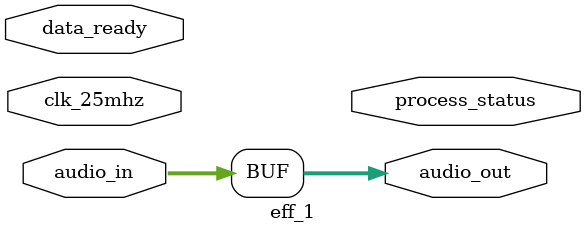
<source format=sv>
module eff_1 #(
    parameter int unsigned clock_max = 25_000_000
)( 
    input logic clk_25mhz,
    input logic data_ready, //sinal para começar o processamento de audio, vindo do comunication.sv
    input logic [15:0] audio_in,
    output logic [15:0] audio_out, 
    output logic process_status
);


//passando faixa limpa
assign audio_out = audio_in;


endmodule
</source>
